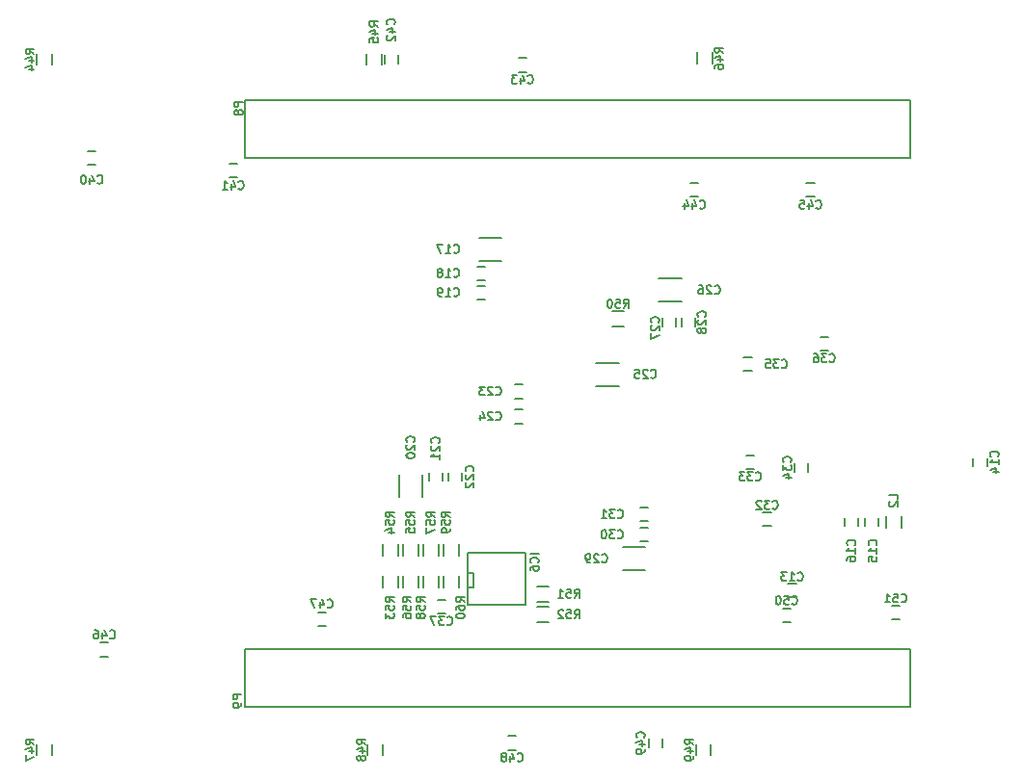
<source format=gbr>
G04 #@! TF.FileFunction,Legend,Bot*
%FSLAX46Y46*%
G04 Gerber Fmt 4.6, Leading zero omitted, Abs format (unit mm)*
G04 Created by KiCad (PCBNEW (2014-11-27 BZR 5304)-product) date 2015 March 23, Monday 21:33:43*
%MOMM*%
G01*
G04 APERTURE LIST*
%ADD10C,0.100000*%
%ADD11C,0.150000*%
G04 APERTURE END LIST*
D10*
D11*
X135150000Y-111995000D02*
X135150000Y-112995000D01*
X136500000Y-112995000D02*
X136500000Y-111995000D01*
X136950000Y-111995000D02*
X136950000Y-112995000D01*
X138300000Y-112995000D02*
X138300000Y-111995000D01*
X138750000Y-111995000D02*
X138750000Y-112995000D01*
X140100000Y-112995000D02*
X140100000Y-111995000D01*
X135150000Y-114795000D02*
X135150000Y-115795000D01*
X136500000Y-115795000D02*
X136500000Y-114795000D01*
X136950000Y-114795000D02*
X136950000Y-115795000D01*
X138300000Y-115795000D02*
X138300000Y-114795000D01*
X138750000Y-114795000D02*
X138750000Y-115795000D01*
X140100000Y-115795000D02*
X140100000Y-114795000D01*
X146925000Y-117070000D02*
X147925000Y-117070000D01*
X147925000Y-115720000D02*
X146925000Y-115720000D01*
X146925000Y-118870000D02*
X147925000Y-118870000D01*
X147925000Y-117520000D02*
X146925000Y-117520000D01*
X133350000Y-111995000D02*
X133350000Y-112995000D01*
X134700000Y-112995000D02*
X134700000Y-111995000D01*
X133350000Y-114795000D02*
X133350000Y-115795000D01*
X134700000Y-115795000D02*
X134700000Y-114795000D01*
X154525000Y-91520000D02*
X153525000Y-91520000D01*
X153525000Y-92870000D02*
X154525000Y-92870000D01*
X121285000Y-78105000D02*
X179705000Y-78105000D01*
X179705000Y-78105000D02*
X179705000Y-73025000D01*
X179705000Y-73025000D02*
X121285000Y-73025000D01*
X121285000Y-73025000D02*
X121285000Y-74295000D01*
X121285000Y-78105000D02*
X121285000Y-74295000D01*
X121285000Y-126365000D02*
X179705000Y-126365000D01*
X179705000Y-126365000D02*
X179705000Y-121285000D01*
X179705000Y-121285000D02*
X121285000Y-121285000D01*
X121285000Y-121285000D02*
X121285000Y-122555000D01*
X121285000Y-126365000D02*
X121285000Y-122555000D01*
X140785000Y-117381000D02*
X145865000Y-117381000D01*
X145865000Y-117381000D02*
X145865000Y-112809000D01*
X145865000Y-112809000D02*
X140785000Y-112809000D01*
X140785000Y-112809000D02*
X140785000Y-117381000D01*
X140785000Y-115857000D02*
X141293000Y-115857000D01*
X141293000Y-115857000D02*
X141293000Y-114587000D01*
X141293000Y-114587000D02*
X140785000Y-114587000D01*
X138875000Y-116895000D02*
X138175000Y-116895000D01*
X138175000Y-118095000D02*
X138875000Y-118095000D01*
X154125000Y-98120000D02*
X152125000Y-98120000D01*
X152125000Y-96070000D02*
X154125000Y-96070000D01*
X145675000Y-97995000D02*
X144975000Y-97995000D01*
X144975000Y-99195000D02*
X145675000Y-99195000D01*
X145675000Y-100195000D02*
X144975000Y-100195000D01*
X144975000Y-101395000D02*
X145675000Y-101395000D01*
X143825000Y-87120000D02*
X141825000Y-87120000D01*
X141825000Y-85070000D02*
X143825000Y-85070000D01*
X141675000Y-88795000D02*
X142375000Y-88795000D01*
X142375000Y-87595000D02*
X141675000Y-87595000D01*
X141675000Y-90495000D02*
X142375000Y-90495000D01*
X142375000Y-89295000D02*
X141675000Y-89295000D01*
X159625000Y-90720000D02*
X157625000Y-90720000D01*
X157625000Y-88670000D02*
X159625000Y-88670000D01*
X159125000Y-92845000D02*
X159125000Y-92145000D01*
X157925000Y-92145000D02*
X157925000Y-92845000D01*
X160825000Y-92845000D02*
X160825000Y-92145000D01*
X159625000Y-92145000D02*
X159625000Y-92845000D01*
X156425000Y-114320000D02*
X154425000Y-114320000D01*
X154425000Y-112270000D02*
X156425000Y-112270000D01*
X155975000Y-111795000D02*
X156675000Y-111795000D01*
X156675000Y-110595000D02*
X155975000Y-110595000D01*
X155975000Y-109995000D02*
X156675000Y-109995000D01*
X156675000Y-108795000D02*
X155975000Y-108795000D01*
X134800000Y-107895000D02*
X134800000Y-105895000D01*
X136850000Y-105895000D02*
X136850000Y-107895000D01*
X137425000Y-105745000D02*
X137425000Y-106445000D01*
X138625000Y-106445000D02*
X138625000Y-105745000D01*
X139125000Y-105745000D02*
X139125000Y-106445000D01*
X140325000Y-106445000D02*
X140325000Y-105745000D01*
X175725000Y-109745000D02*
X175725000Y-110445000D01*
X176925000Y-110445000D02*
X176925000Y-109745000D01*
X173925000Y-109745000D02*
X173925000Y-110445000D01*
X175125000Y-110445000D02*
X175125000Y-109745000D01*
X169525000Y-104945000D02*
X169525000Y-105645000D01*
X170725000Y-105645000D02*
X170725000Y-104945000D01*
X165275000Y-105395000D02*
X165975000Y-105395000D01*
X165975000Y-104195000D02*
X165275000Y-104195000D01*
X166775000Y-110395000D02*
X167475000Y-110395000D01*
X167475000Y-109195000D02*
X166775000Y-109195000D01*
X186425000Y-105145000D02*
X186425000Y-104445000D01*
X185225000Y-104445000D02*
X185225000Y-105145000D01*
X102950000Y-68895000D02*
X102950000Y-69895000D01*
X104300000Y-69895000D02*
X104300000Y-68895000D01*
X131950000Y-68895000D02*
X131950000Y-69895000D01*
X133300000Y-69895000D02*
X133300000Y-68895000D01*
X160950000Y-68795000D02*
X160950000Y-69795000D01*
X162300000Y-69795000D02*
X162300000Y-68795000D01*
X104300000Y-130595000D02*
X104300000Y-129595000D01*
X102950000Y-129595000D02*
X102950000Y-130595000D01*
X133400000Y-130595000D02*
X133400000Y-129595000D01*
X132050000Y-129595000D02*
X132050000Y-130595000D01*
X162200000Y-130595000D02*
X162200000Y-129595000D01*
X160850000Y-129595000D02*
X160850000Y-130595000D01*
X178900000Y-110595000D02*
X178900000Y-109595000D01*
X177550000Y-109595000D02*
X177550000Y-110595000D01*
X165075000Y-96795000D02*
X165775000Y-96795000D01*
X165775000Y-95595000D02*
X165075000Y-95595000D01*
X171775000Y-94995000D02*
X172475000Y-94995000D01*
X172475000Y-93795000D02*
X171775000Y-93795000D01*
X169675000Y-115495000D02*
X168975000Y-115495000D01*
X168975000Y-116695000D02*
X169675000Y-116695000D01*
X107475000Y-78695000D02*
X108175000Y-78695000D01*
X108175000Y-77495000D02*
X107475000Y-77495000D01*
X119875000Y-79795000D02*
X120575000Y-79795000D01*
X120575000Y-78595000D02*
X119875000Y-78595000D01*
X134725000Y-69745000D02*
X134725000Y-69045000D01*
X133525000Y-69045000D02*
X133525000Y-69745000D01*
X145275000Y-70495000D02*
X145975000Y-70495000D01*
X145975000Y-69295000D02*
X145275000Y-69295000D01*
X160375000Y-81495000D02*
X161075000Y-81495000D01*
X161075000Y-80295000D02*
X160375000Y-80295000D01*
X170575000Y-81495000D02*
X171275000Y-81495000D01*
X171275000Y-80295000D02*
X170575000Y-80295000D01*
X109275000Y-120695000D02*
X108575000Y-120695000D01*
X108575000Y-121895000D02*
X109275000Y-121895000D01*
X128375000Y-117995000D02*
X127675000Y-117995000D01*
X127675000Y-119195000D02*
X128375000Y-119195000D01*
X144375000Y-130095000D02*
X145075000Y-130095000D01*
X145075000Y-128895000D02*
X144375000Y-128895000D01*
X156725000Y-129145000D02*
X156725000Y-129845000D01*
X157925000Y-129845000D02*
X157925000Y-129145000D01*
X169175000Y-117695000D02*
X168475000Y-117695000D01*
X168475000Y-118895000D02*
X169175000Y-118895000D01*
X178775000Y-117395000D02*
X178075000Y-117395000D01*
X178075000Y-118595000D02*
X178775000Y-118595000D01*
X136164286Y-109612857D02*
X135807143Y-109362857D01*
X136164286Y-109184285D02*
X135414286Y-109184285D01*
X135414286Y-109470000D01*
X135450000Y-109541428D01*
X135485714Y-109577143D01*
X135557143Y-109612857D01*
X135664286Y-109612857D01*
X135735714Y-109577143D01*
X135771429Y-109541428D01*
X135807143Y-109470000D01*
X135807143Y-109184285D01*
X135414286Y-110291428D02*
X135414286Y-109934285D01*
X135771429Y-109898571D01*
X135735714Y-109934285D01*
X135700000Y-110005714D01*
X135700000Y-110184285D01*
X135735714Y-110255714D01*
X135771429Y-110291428D01*
X135842857Y-110327143D01*
X136021429Y-110327143D01*
X136092857Y-110291428D01*
X136128571Y-110255714D01*
X136164286Y-110184285D01*
X136164286Y-110005714D01*
X136128571Y-109934285D01*
X136092857Y-109898571D01*
X135414286Y-111005714D02*
X135414286Y-110648571D01*
X135771429Y-110612857D01*
X135735714Y-110648571D01*
X135700000Y-110720000D01*
X135700000Y-110898571D01*
X135735714Y-110970000D01*
X135771429Y-111005714D01*
X135842857Y-111041429D01*
X136021429Y-111041429D01*
X136092857Y-111005714D01*
X136128571Y-110970000D01*
X136164286Y-110898571D01*
X136164286Y-110720000D01*
X136128571Y-110648571D01*
X136092857Y-110612857D01*
X137964286Y-109612857D02*
X137607143Y-109362857D01*
X137964286Y-109184285D02*
X137214286Y-109184285D01*
X137214286Y-109470000D01*
X137250000Y-109541428D01*
X137285714Y-109577143D01*
X137357143Y-109612857D01*
X137464286Y-109612857D01*
X137535714Y-109577143D01*
X137571429Y-109541428D01*
X137607143Y-109470000D01*
X137607143Y-109184285D01*
X137214286Y-110291428D02*
X137214286Y-109934285D01*
X137571429Y-109898571D01*
X137535714Y-109934285D01*
X137500000Y-110005714D01*
X137500000Y-110184285D01*
X137535714Y-110255714D01*
X137571429Y-110291428D01*
X137642857Y-110327143D01*
X137821429Y-110327143D01*
X137892857Y-110291428D01*
X137928571Y-110255714D01*
X137964286Y-110184285D01*
X137964286Y-110005714D01*
X137928571Y-109934285D01*
X137892857Y-109898571D01*
X137214286Y-110577143D02*
X137214286Y-111077143D01*
X137964286Y-110755714D01*
X139264286Y-109612857D02*
X138907143Y-109362857D01*
X139264286Y-109184285D02*
X138514286Y-109184285D01*
X138514286Y-109470000D01*
X138550000Y-109541428D01*
X138585714Y-109577143D01*
X138657143Y-109612857D01*
X138764286Y-109612857D01*
X138835714Y-109577143D01*
X138871429Y-109541428D01*
X138907143Y-109470000D01*
X138907143Y-109184285D01*
X138514286Y-110291428D02*
X138514286Y-109934285D01*
X138871429Y-109898571D01*
X138835714Y-109934285D01*
X138800000Y-110005714D01*
X138800000Y-110184285D01*
X138835714Y-110255714D01*
X138871429Y-110291428D01*
X138942857Y-110327143D01*
X139121429Y-110327143D01*
X139192857Y-110291428D01*
X139228571Y-110255714D01*
X139264286Y-110184285D01*
X139264286Y-110005714D01*
X139228571Y-109934285D01*
X139192857Y-109898571D01*
X139264286Y-110684286D02*
X139264286Y-110827143D01*
X139228571Y-110898571D01*
X139192857Y-110934286D01*
X139085714Y-111005714D01*
X138942857Y-111041429D01*
X138657143Y-111041429D01*
X138585714Y-111005714D01*
X138550000Y-110970000D01*
X138514286Y-110898571D01*
X138514286Y-110755714D01*
X138550000Y-110684286D01*
X138585714Y-110648571D01*
X138657143Y-110612857D01*
X138835714Y-110612857D01*
X138907143Y-110648571D01*
X138942857Y-110684286D01*
X138978571Y-110755714D01*
X138978571Y-110898571D01*
X138942857Y-110970000D01*
X138907143Y-111005714D01*
X138835714Y-111041429D01*
X135864286Y-117112857D02*
X135507143Y-116862857D01*
X135864286Y-116684285D02*
X135114286Y-116684285D01*
X135114286Y-116970000D01*
X135150000Y-117041428D01*
X135185714Y-117077143D01*
X135257143Y-117112857D01*
X135364286Y-117112857D01*
X135435714Y-117077143D01*
X135471429Y-117041428D01*
X135507143Y-116970000D01*
X135507143Y-116684285D01*
X135114286Y-117791428D02*
X135114286Y-117434285D01*
X135471429Y-117398571D01*
X135435714Y-117434285D01*
X135400000Y-117505714D01*
X135400000Y-117684285D01*
X135435714Y-117755714D01*
X135471429Y-117791428D01*
X135542857Y-117827143D01*
X135721429Y-117827143D01*
X135792857Y-117791428D01*
X135828571Y-117755714D01*
X135864286Y-117684285D01*
X135864286Y-117505714D01*
X135828571Y-117434285D01*
X135792857Y-117398571D01*
X135114286Y-118470000D02*
X135114286Y-118327143D01*
X135150000Y-118255714D01*
X135185714Y-118220000D01*
X135292857Y-118148571D01*
X135435714Y-118112857D01*
X135721429Y-118112857D01*
X135792857Y-118148571D01*
X135828571Y-118184286D01*
X135864286Y-118255714D01*
X135864286Y-118398571D01*
X135828571Y-118470000D01*
X135792857Y-118505714D01*
X135721429Y-118541429D01*
X135542857Y-118541429D01*
X135471429Y-118505714D01*
X135435714Y-118470000D01*
X135400000Y-118398571D01*
X135400000Y-118255714D01*
X135435714Y-118184286D01*
X135471429Y-118148571D01*
X135542857Y-118112857D01*
X137064286Y-117112857D02*
X136707143Y-116862857D01*
X137064286Y-116684285D02*
X136314286Y-116684285D01*
X136314286Y-116970000D01*
X136350000Y-117041428D01*
X136385714Y-117077143D01*
X136457143Y-117112857D01*
X136564286Y-117112857D01*
X136635714Y-117077143D01*
X136671429Y-117041428D01*
X136707143Y-116970000D01*
X136707143Y-116684285D01*
X136314286Y-117791428D02*
X136314286Y-117434285D01*
X136671429Y-117398571D01*
X136635714Y-117434285D01*
X136600000Y-117505714D01*
X136600000Y-117684285D01*
X136635714Y-117755714D01*
X136671429Y-117791428D01*
X136742857Y-117827143D01*
X136921429Y-117827143D01*
X136992857Y-117791428D01*
X137028571Y-117755714D01*
X137064286Y-117684285D01*
X137064286Y-117505714D01*
X137028571Y-117434285D01*
X136992857Y-117398571D01*
X136635714Y-118255714D02*
X136600000Y-118184286D01*
X136564286Y-118148571D01*
X136492857Y-118112857D01*
X136457143Y-118112857D01*
X136385714Y-118148571D01*
X136350000Y-118184286D01*
X136314286Y-118255714D01*
X136314286Y-118398571D01*
X136350000Y-118470000D01*
X136385714Y-118505714D01*
X136457143Y-118541429D01*
X136492857Y-118541429D01*
X136564286Y-118505714D01*
X136600000Y-118470000D01*
X136635714Y-118398571D01*
X136635714Y-118255714D01*
X136671429Y-118184286D01*
X136707143Y-118148571D01*
X136778571Y-118112857D01*
X136921429Y-118112857D01*
X136992857Y-118148571D01*
X137028571Y-118184286D01*
X137064286Y-118255714D01*
X137064286Y-118398571D01*
X137028571Y-118470000D01*
X136992857Y-118505714D01*
X136921429Y-118541429D01*
X136778571Y-118541429D01*
X136707143Y-118505714D01*
X136671429Y-118470000D01*
X136635714Y-118398571D01*
X140564286Y-117112857D02*
X140207143Y-116862857D01*
X140564286Y-116684285D02*
X139814286Y-116684285D01*
X139814286Y-116970000D01*
X139850000Y-117041428D01*
X139885714Y-117077143D01*
X139957143Y-117112857D01*
X140064286Y-117112857D01*
X140135714Y-117077143D01*
X140171429Y-117041428D01*
X140207143Y-116970000D01*
X140207143Y-116684285D01*
X139814286Y-117755714D02*
X139814286Y-117612857D01*
X139850000Y-117541428D01*
X139885714Y-117505714D01*
X139992857Y-117434285D01*
X140135714Y-117398571D01*
X140421429Y-117398571D01*
X140492857Y-117434285D01*
X140528571Y-117470000D01*
X140564286Y-117541428D01*
X140564286Y-117684285D01*
X140528571Y-117755714D01*
X140492857Y-117791428D01*
X140421429Y-117827143D01*
X140242857Y-117827143D01*
X140171429Y-117791428D01*
X140135714Y-117755714D01*
X140100000Y-117684285D01*
X140100000Y-117541428D01*
X140135714Y-117470000D01*
X140171429Y-117434285D01*
X140242857Y-117398571D01*
X139814286Y-118291429D02*
X139814286Y-118362857D01*
X139850000Y-118434286D01*
X139885714Y-118470000D01*
X139957143Y-118505714D01*
X140100000Y-118541429D01*
X140278571Y-118541429D01*
X140421429Y-118505714D01*
X140492857Y-118470000D01*
X140528571Y-118434286D01*
X140564286Y-118362857D01*
X140564286Y-118291429D01*
X140528571Y-118220000D01*
X140492857Y-118184286D01*
X140421429Y-118148571D01*
X140278571Y-118112857D01*
X140100000Y-118112857D01*
X139957143Y-118148571D01*
X139885714Y-118184286D01*
X139850000Y-118220000D01*
X139814286Y-118291429D01*
X150207143Y-116734286D02*
X150457143Y-116377143D01*
X150635715Y-116734286D02*
X150635715Y-115984286D01*
X150350000Y-115984286D01*
X150278572Y-116020000D01*
X150242857Y-116055714D01*
X150207143Y-116127143D01*
X150207143Y-116234286D01*
X150242857Y-116305714D01*
X150278572Y-116341429D01*
X150350000Y-116377143D01*
X150635715Y-116377143D01*
X149528572Y-115984286D02*
X149885715Y-115984286D01*
X149921429Y-116341429D01*
X149885715Y-116305714D01*
X149814286Y-116270000D01*
X149635715Y-116270000D01*
X149564286Y-116305714D01*
X149528572Y-116341429D01*
X149492857Y-116412857D01*
X149492857Y-116591429D01*
X149528572Y-116662857D01*
X149564286Y-116698571D01*
X149635715Y-116734286D01*
X149814286Y-116734286D01*
X149885715Y-116698571D01*
X149921429Y-116662857D01*
X148778571Y-116734286D02*
X149207143Y-116734286D01*
X148992857Y-116734286D02*
X148992857Y-115984286D01*
X149064286Y-116091429D01*
X149135714Y-116162857D01*
X149207143Y-116198571D01*
X150207143Y-118534286D02*
X150457143Y-118177143D01*
X150635715Y-118534286D02*
X150635715Y-117784286D01*
X150350000Y-117784286D01*
X150278572Y-117820000D01*
X150242857Y-117855714D01*
X150207143Y-117927143D01*
X150207143Y-118034286D01*
X150242857Y-118105714D01*
X150278572Y-118141429D01*
X150350000Y-118177143D01*
X150635715Y-118177143D01*
X149528572Y-117784286D02*
X149885715Y-117784286D01*
X149921429Y-118141429D01*
X149885715Y-118105714D01*
X149814286Y-118070000D01*
X149635715Y-118070000D01*
X149564286Y-118105714D01*
X149528572Y-118141429D01*
X149492857Y-118212857D01*
X149492857Y-118391429D01*
X149528572Y-118462857D01*
X149564286Y-118498571D01*
X149635715Y-118534286D01*
X149814286Y-118534286D01*
X149885715Y-118498571D01*
X149921429Y-118462857D01*
X149207143Y-117855714D02*
X149171429Y-117820000D01*
X149100000Y-117784286D01*
X148921429Y-117784286D01*
X148850000Y-117820000D01*
X148814286Y-117855714D01*
X148778571Y-117927143D01*
X148778571Y-117998571D01*
X148814286Y-118105714D01*
X149242857Y-118534286D01*
X148778571Y-118534286D01*
X134364286Y-109612857D02*
X134007143Y-109362857D01*
X134364286Y-109184285D02*
X133614286Y-109184285D01*
X133614286Y-109470000D01*
X133650000Y-109541428D01*
X133685714Y-109577143D01*
X133757143Y-109612857D01*
X133864286Y-109612857D01*
X133935714Y-109577143D01*
X133971429Y-109541428D01*
X134007143Y-109470000D01*
X134007143Y-109184285D01*
X133614286Y-110291428D02*
X133614286Y-109934285D01*
X133971429Y-109898571D01*
X133935714Y-109934285D01*
X133900000Y-110005714D01*
X133900000Y-110184285D01*
X133935714Y-110255714D01*
X133971429Y-110291428D01*
X134042857Y-110327143D01*
X134221429Y-110327143D01*
X134292857Y-110291428D01*
X134328571Y-110255714D01*
X134364286Y-110184285D01*
X134364286Y-110005714D01*
X134328571Y-109934285D01*
X134292857Y-109898571D01*
X133864286Y-110970000D02*
X134364286Y-110970000D01*
X133578571Y-110791429D02*
X134114286Y-110612857D01*
X134114286Y-111077143D01*
X134364286Y-117112857D02*
X134007143Y-116862857D01*
X134364286Y-116684285D02*
X133614286Y-116684285D01*
X133614286Y-116970000D01*
X133650000Y-117041428D01*
X133685714Y-117077143D01*
X133757143Y-117112857D01*
X133864286Y-117112857D01*
X133935714Y-117077143D01*
X133971429Y-117041428D01*
X134007143Y-116970000D01*
X134007143Y-116684285D01*
X133614286Y-117791428D02*
X133614286Y-117434285D01*
X133971429Y-117398571D01*
X133935714Y-117434285D01*
X133900000Y-117505714D01*
X133900000Y-117684285D01*
X133935714Y-117755714D01*
X133971429Y-117791428D01*
X134042857Y-117827143D01*
X134221429Y-117827143D01*
X134292857Y-117791428D01*
X134328571Y-117755714D01*
X134364286Y-117684285D01*
X134364286Y-117505714D01*
X134328571Y-117434285D01*
X134292857Y-117398571D01*
X133614286Y-118077143D02*
X133614286Y-118541429D01*
X133900000Y-118291429D01*
X133900000Y-118398571D01*
X133935714Y-118470000D01*
X133971429Y-118505714D01*
X134042857Y-118541429D01*
X134221429Y-118541429D01*
X134292857Y-118505714D01*
X134328571Y-118470000D01*
X134364286Y-118398571D01*
X134364286Y-118184286D01*
X134328571Y-118112857D01*
X134292857Y-118077143D01*
X154507143Y-91234286D02*
X154757143Y-90877143D01*
X154935715Y-91234286D02*
X154935715Y-90484286D01*
X154650000Y-90484286D01*
X154578572Y-90520000D01*
X154542857Y-90555714D01*
X154507143Y-90627143D01*
X154507143Y-90734286D01*
X154542857Y-90805714D01*
X154578572Y-90841429D01*
X154650000Y-90877143D01*
X154935715Y-90877143D01*
X153828572Y-90484286D02*
X154185715Y-90484286D01*
X154221429Y-90841429D01*
X154185715Y-90805714D01*
X154114286Y-90770000D01*
X153935715Y-90770000D01*
X153864286Y-90805714D01*
X153828572Y-90841429D01*
X153792857Y-90912857D01*
X153792857Y-91091429D01*
X153828572Y-91162857D01*
X153864286Y-91198571D01*
X153935715Y-91234286D01*
X154114286Y-91234286D01*
X154185715Y-91198571D01*
X154221429Y-91162857D01*
X153328571Y-90484286D02*
X153257143Y-90484286D01*
X153185714Y-90520000D01*
X153150000Y-90555714D01*
X153114286Y-90627143D01*
X153078571Y-90770000D01*
X153078571Y-90948571D01*
X153114286Y-91091429D01*
X153150000Y-91162857D01*
X153185714Y-91198571D01*
X153257143Y-91234286D01*
X153328571Y-91234286D01*
X153400000Y-91198571D01*
X153435714Y-91162857D01*
X153471429Y-91091429D01*
X153507143Y-90948571D01*
X153507143Y-90770000D01*
X153471429Y-90627143D01*
X153435714Y-90555714D01*
X153400000Y-90520000D01*
X153328571Y-90484286D01*
X121064286Y-73141428D02*
X120314286Y-73141428D01*
X120314286Y-73427143D01*
X120350000Y-73498571D01*
X120385714Y-73534286D01*
X120457143Y-73570000D01*
X120564286Y-73570000D01*
X120635714Y-73534286D01*
X120671429Y-73498571D01*
X120707143Y-73427143D01*
X120707143Y-73141428D01*
X120635714Y-73998571D02*
X120600000Y-73927143D01*
X120564286Y-73891428D01*
X120492857Y-73855714D01*
X120457143Y-73855714D01*
X120385714Y-73891428D01*
X120350000Y-73927143D01*
X120314286Y-73998571D01*
X120314286Y-74141428D01*
X120350000Y-74212857D01*
X120385714Y-74248571D01*
X120457143Y-74284286D01*
X120492857Y-74284286D01*
X120564286Y-74248571D01*
X120600000Y-74212857D01*
X120635714Y-74141428D01*
X120635714Y-73998571D01*
X120671429Y-73927143D01*
X120707143Y-73891428D01*
X120778571Y-73855714D01*
X120921429Y-73855714D01*
X120992857Y-73891428D01*
X121028571Y-73927143D01*
X121064286Y-73998571D01*
X121064286Y-74141428D01*
X121028571Y-74212857D01*
X120992857Y-74248571D01*
X120921429Y-74284286D01*
X120778571Y-74284286D01*
X120707143Y-74248571D01*
X120671429Y-74212857D01*
X120635714Y-74141428D01*
X120964286Y-125241428D02*
X120214286Y-125241428D01*
X120214286Y-125527143D01*
X120250000Y-125598571D01*
X120285714Y-125634286D01*
X120357143Y-125670000D01*
X120464286Y-125670000D01*
X120535714Y-125634286D01*
X120571429Y-125598571D01*
X120607143Y-125527143D01*
X120607143Y-125241428D01*
X120964286Y-126027143D02*
X120964286Y-126170000D01*
X120928571Y-126241428D01*
X120892857Y-126277143D01*
X120785714Y-126348571D01*
X120642857Y-126384286D01*
X120357143Y-126384286D01*
X120285714Y-126348571D01*
X120250000Y-126312857D01*
X120214286Y-126241428D01*
X120214286Y-126098571D01*
X120250000Y-126027143D01*
X120285714Y-125991428D01*
X120357143Y-125955714D01*
X120535714Y-125955714D01*
X120607143Y-125991428D01*
X120642857Y-126027143D01*
X120678571Y-126098571D01*
X120678571Y-126241428D01*
X120642857Y-126312857D01*
X120607143Y-126348571D01*
X120535714Y-126384286D01*
X147064286Y-112862857D02*
X146314286Y-112862857D01*
X146992857Y-113648572D02*
X147028571Y-113612858D01*
X147064286Y-113505715D01*
X147064286Y-113434286D01*
X147028571Y-113327143D01*
X146957143Y-113255715D01*
X146885714Y-113220000D01*
X146742857Y-113184286D01*
X146635714Y-113184286D01*
X146492857Y-113220000D01*
X146421429Y-113255715D01*
X146350000Y-113327143D01*
X146314286Y-113434286D01*
X146314286Y-113505715D01*
X146350000Y-113612858D01*
X146385714Y-113648572D01*
X146314286Y-114291429D02*
X146314286Y-114148572D01*
X146350000Y-114077143D01*
X146385714Y-114041429D01*
X146492857Y-113970000D01*
X146635714Y-113934286D01*
X146921429Y-113934286D01*
X146992857Y-113970000D01*
X147028571Y-114005715D01*
X147064286Y-114077143D01*
X147064286Y-114220000D01*
X147028571Y-114291429D01*
X146992857Y-114327143D01*
X146921429Y-114362858D01*
X146742857Y-114362858D01*
X146671429Y-114327143D01*
X146635714Y-114291429D01*
X146600000Y-114220000D01*
X146600000Y-114077143D01*
X146635714Y-114005715D01*
X146671429Y-113970000D01*
X146742857Y-113934286D01*
X139007143Y-119062857D02*
X139042857Y-119098571D01*
X139150000Y-119134286D01*
X139221429Y-119134286D01*
X139328572Y-119098571D01*
X139400000Y-119027143D01*
X139435715Y-118955714D01*
X139471429Y-118812857D01*
X139471429Y-118705714D01*
X139435715Y-118562857D01*
X139400000Y-118491429D01*
X139328572Y-118420000D01*
X139221429Y-118384286D01*
X139150000Y-118384286D01*
X139042857Y-118420000D01*
X139007143Y-118455714D01*
X138757143Y-118384286D02*
X138292857Y-118384286D01*
X138542857Y-118670000D01*
X138435715Y-118670000D01*
X138364286Y-118705714D01*
X138328572Y-118741429D01*
X138292857Y-118812857D01*
X138292857Y-118991429D01*
X138328572Y-119062857D01*
X138364286Y-119098571D01*
X138435715Y-119134286D01*
X138650000Y-119134286D01*
X138721429Y-119098571D01*
X138757143Y-119062857D01*
X138042857Y-118384286D02*
X137542857Y-118384286D01*
X137864286Y-119134286D01*
X156907143Y-97362857D02*
X156942857Y-97398571D01*
X157050000Y-97434286D01*
X157121429Y-97434286D01*
X157228572Y-97398571D01*
X157300000Y-97327143D01*
X157335715Y-97255714D01*
X157371429Y-97112857D01*
X157371429Y-97005714D01*
X157335715Y-96862857D01*
X157300000Y-96791429D01*
X157228572Y-96720000D01*
X157121429Y-96684286D01*
X157050000Y-96684286D01*
X156942857Y-96720000D01*
X156907143Y-96755714D01*
X156621429Y-96755714D02*
X156585715Y-96720000D01*
X156514286Y-96684286D01*
X156335715Y-96684286D01*
X156264286Y-96720000D01*
X156228572Y-96755714D01*
X156192857Y-96827143D01*
X156192857Y-96898571D01*
X156228572Y-97005714D01*
X156657143Y-97434286D01*
X156192857Y-97434286D01*
X155514286Y-96684286D02*
X155871429Y-96684286D01*
X155907143Y-97041429D01*
X155871429Y-97005714D01*
X155800000Y-96970000D01*
X155621429Y-96970000D01*
X155550000Y-97005714D01*
X155514286Y-97041429D01*
X155478571Y-97112857D01*
X155478571Y-97291429D01*
X155514286Y-97362857D01*
X155550000Y-97398571D01*
X155621429Y-97434286D01*
X155800000Y-97434286D01*
X155871429Y-97398571D01*
X155907143Y-97362857D01*
X143307143Y-98862857D02*
X143342857Y-98898571D01*
X143450000Y-98934286D01*
X143521429Y-98934286D01*
X143628572Y-98898571D01*
X143700000Y-98827143D01*
X143735715Y-98755714D01*
X143771429Y-98612857D01*
X143771429Y-98505714D01*
X143735715Y-98362857D01*
X143700000Y-98291429D01*
X143628572Y-98220000D01*
X143521429Y-98184286D01*
X143450000Y-98184286D01*
X143342857Y-98220000D01*
X143307143Y-98255714D01*
X143021429Y-98255714D02*
X142985715Y-98220000D01*
X142914286Y-98184286D01*
X142735715Y-98184286D01*
X142664286Y-98220000D01*
X142628572Y-98255714D01*
X142592857Y-98327143D01*
X142592857Y-98398571D01*
X142628572Y-98505714D01*
X143057143Y-98934286D01*
X142592857Y-98934286D01*
X142342857Y-98184286D02*
X141878571Y-98184286D01*
X142128571Y-98470000D01*
X142021429Y-98470000D01*
X141950000Y-98505714D01*
X141914286Y-98541429D01*
X141878571Y-98612857D01*
X141878571Y-98791429D01*
X141914286Y-98862857D01*
X141950000Y-98898571D01*
X142021429Y-98934286D01*
X142235714Y-98934286D01*
X142307143Y-98898571D01*
X142342857Y-98862857D01*
X143307143Y-101062857D02*
X143342857Y-101098571D01*
X143450000Y-101134286D01*
X143521429Y-101134286D01*
X143628572Y-101098571D01*
X143700000Y-101027143D01*
X143735715Y-100955714D01*
X143771429Y-100812857D01*
X143771429Y-100705714D01*
X143735715Y-100562857D01*
X143700000Y-100491429D01*
X143628572Y-100420000D01*
X143521429Y-100384286D01*
X143450000Y-100384286D01*
X143342857Y-100420000D01*
X143307143Y-100455714D01*
X143021429Y-100455714D02*
X142985715Y-100420000D01*
X142914286Y-100384286D01*
X142735715Y-100384286D01*
X142664286Y-100420000D01*
X142628572Y-100455714D01*
X142592857Y-100527143D01*
X142592857Y-100598571D01*
X142628572Y-100705714D01*
X143057143Y-101134286D01*
X142592857Y-101134286D01*
X141950000Y-100634286D02*
X141950000Y-101134286D01*
X142128571Y-100348571D02*
X142307143Y-100884286D01*
X141842857Y-100884286D01*
X139607143Y-86362857D02*
X139642857Y-86398571D01*
X139750000Y-86434286D01*
X139821429Y-86434286D01*
X139928572Y-86398571D01*
X140000000Y-86327143D01*
X140035715Y-86255714D01*
X140071429Y-86112857D01*
X140071429Y-86005714D01*
X140035715Y-85862857D01*
X140000000Y-85791429D01*
X139928572Y-85720000D01*
X139821429Y-85684286D01*
X139750000Y-85684286D01*
X139642857Y-85720000D01*
X139607143Y-85755714D01*
X138892857Y-86434286D02*
X139321429Y-86434286D01*
X139107143Y-86434286D02*
X139107143Y-85684286D01*
X139178572Y-85791429D01*
X139250000Y-85862857D01*
X139321429Y-85898571D01*
X138642857Y-85684286D02*
X138142857Y-85684286D01*
X138464286Y-86434286D01*
X139607143Y-88462857D02*
X139642857Y-88498571D01*
X139750000Y-88534286D01*
X139821429Y-88534286D01*
X139928572Y-88498571D01*
X140000000Y-88427143D01*
X140035715Y-88355714D01*
X140071429Y-88212857D01*
X140071429Y-88105714D01*
X140035715Y-87962857D01*
X140000000Y-87891429D01*
X139928572Y-87820000D01*
X139821429Y-87784286D01*
X139750000Y-87784286D01*
X139642857Y-87820000D01*
X139607143Y-87855714D01*
X138892857Y-88534286D02*
X139321429Y-88534286D01*
X139107143Y-88534286D02*
X139107143Y-87784286D01*
X139178572Y-87891429D01*
X139250000Y-87962857D01*
X139321429Y-87998571D01*
X138464286Y-88105714D02*
X138535714Y-88070000D01*
X138571429Y-88034286D01*
X138607143Y-87962857D01*
X138607143Y-87927143D01*
X138571429Y-87855714D01*
X138535714Y-87820000D01*
X138464286Y-87784286D01*
X138321429Y-87784286D01*
X138250000Y-87820000D01*
X138214286Y-87855714D01*
X138178571Y-87927143D01*
X138178571Y-87962857D01*
X138214286Y-88034286D01*
X138250000Y-88070000D01*
X138321429Y-88105714D01*
X138464286Y-88105714D01*
X138535714Y-88141429D01*
X138571429Y-88177143D01*
X138607143Y-88248571D01*
X138607143Y-88391429D01*
X138571429Y-88462857D01*
X138535714Y-88498571D01*
X138464286Y-88534286D01*
X138321429Y-88534286D01*
X138250000Y-88498571D01*
X138214286Y-88462857D01*
X138178571Y-88391429D01*
X138178571Y-88248571D01*
X138214286Y-88177143D01*
X138250000Y-88141429D01*
X138321429Y-88105714D01*
X139607143Y-90162857D02*
X139642857Y-90198571D01*
X139750000Y-90234286D01*
X139821429Y-90234286D01*
X139928572Y-90198571D01*
X140000000Y-90127143D01*
X140035715Y-90055714D01*
X140071429Y-89912857D01*
X140071429Y-89805714D01*
X140035715Y-89662857D01*
X140000000Y-89591429D01*
X139928572Y-89520000D01*
X139821429Y-89484286D01*
X139750000Y-89484286D01*
X139642857Y-89520000D01*
X139607143Y-89555714D01*
X138892857Y-90234286D02*
X139321429Y-90234286D01*
X139107143Y-90234286D02*
X139107143Y-89484286D01*
X139178572Y-89591429D01*
X139250000Y-89662857D01*
X139321429Y-89698571D01*
X138535714Y-90234286D02*
X138392857Y-90234286D01*
X138321429Y-90198571D01*
X138285714Y-90162857D01*
X138214286Y-90055714D01*
X138178571Y-89912857D01*
X138178571Y-89627143D01*
X138214286Y-89555714D01*
X138250000Y-89520000D01*
X138321429Y-89484286D01*
X138464286Y-89484286D01*
X138535714Y-89520000D01*
X138571429Y-89555714D01*
X138607143Y-89627143D01*
X138607143Y-89805714D01*
X138571429Y-89877143D01*
X138535714Y-89912857D01*
X138464286Y-89948571D01*
X138321429Y-89948571D01*
X138250000Y-89912857D01*
X138214286Y-89877143D01*
X138178571Y-89805714D01*
X162507143Y-89962857D02*
X162542857Y-89998571D01*
X162650000Y-90034286D01*
X162721429Y-90034286D01*
X162828572Y-89998571D01*
X162900000Y-89927143D01*
X162935715Y-89855714D01*
X162971429Y-89712857D01*
X162971429Y-89605714D01*
X162935715Y-89462857D01*
X162900000Y-89391429D01*
X162828572Y-89320000D01*
X162721429Y-89284286D01*
X162650000Y-89284286D01*
X162542857Y-89320000D01*
X162507143Y-89355714D01*
X162221429Y-89355714D02*
X162185715Y-89320000D01*
X162114286Y-89284286D01*
X161935715Y-89284286D01*
X161864286Y-89320000D01*
X161828572Y-89355714D01*
X161792857Y-89427143D01*
X161792857Y-89498571D01*
X161828572Y-89605714D01*
X162257143Y-90034286D01*
X161792857Y-90034286D01*
X161150000Y-89284286D02*
X161292857Y-89284286D01*
X161364286Y-89320000D01*
X161400000Y-89355714D01*
X161471429Y-89462857D01*
X161507143Y-89605714D01*
X161507143Y-89891429D01*
X161471429Y-89962857D01*
X161435714Y-89998571D01*
X161364286Y-90034286D01*
X161221429Y-90034286D01*
X161150000Y-89998571D01*
X161114286Y-89962857D01*
X161078571Y-89891429D01*
X161078571Y-89712857D01*
X161114286Y-89641429D01*
X161150000Y-89605714D01*
X161221429Y-89570000D01*
X161364286Y-89570000D01*
X161435714Y-89605714D01*
X161471429Y-89641429D01*
X161507143Y-89712857D01*
X157592857Y-92512857D02*
X157628571Y-92477143D01*
X157664286Y-92370000D01*
X157664286Y-92298571D01*
X157628571Y-92191428D01*
X157557143Y-92120000D01*
X157485714Y-92084285D01*
X157342857Y-92048571D01*
X157235714Y-92048571D01*
X157092857Y-92084285D01*
X157021429Y-92120000D01*
X156950000Y-92191428D01*
X156914286Y-92298571D01*
X156914286Y-92370000D01*
X156950000Y-92477143D01*
X156985714Y-92512857D01*
X156985714Y-92798571D02*
X156950000Y-92834285D01*
X156914286Y-92905714D01*
X156914286Y-93084285D01*
X156950000Y-93155714D01*
X156985714Y-93191428D01*
X157057143Y-93227143D01*
X157128571Y-93227143D01*
X157235714Y-93191428D01*
X157664286Y-92762857D01*
X157664286Y-93227143D01*
X156914286Y-93477143D02*
X156914286Y-93977143D01*
X157664286Y-93655714D01*
X161692857Y-92012857D02*
X161728571Y-91977143D01*
X161764286Y-91870000D01*
X161764286Y-91798571D01*
X161728571Y-91691428D01*
X161657143Y-91620000D01*
X161585714Y-91584285D01*
X161442857Y-91548571D01*
X161335714Y-91548571D01*
X161192857Y-91584285D01*
X161121429Y-91620000D01*
X161050000Y-91691428D01*
X161014286Y-91798571D01*
X161014286Y-91870000D01*
X161050000Y-91977143D01*
X161085714Y-92012857D01*
X161085714Y-92298571D02*
X161050000Y-92334285D01*
X161014286Y-92405714D01*
X161014286Y-92584285D01*
X161050000Y-92655714D01*
X161085714Y-92691428D01*
X161157143Y-92727143D01*
X161228571Y-92727143D01*
X161335714Y-92691428D01*
X161764286Y-92262857D01*
X161764286Y-92727143D01*
X161335714Y-93155714D02*
X161300000Y-93084286D01*
X161264286Y-93048571D01*
X161192857Y-93012857D01*
X161157143Y-93012857D01*
X161085714Y-93048571D01*
X161050000Y-93084286D01*
X161014286Y-93155714D01*
X161014286Y-93298571D01*
X161050000Y-93370000D01*
X161085714Y-93405714D01*
X161157143Y-93441429D01*
X161192857Y-93441429D01*
X161264286Y-93405714D01*
X161300000Y-93370000D01*
X161335714Y-93298571D01*
X161335714Y-93155714D01*
X161371429Y-93084286D01*
X161407143Y-93048571D01*
X161478571Y-93012857D01*
X161621429Y-93012857D01*
X161692857Y-93048571D01*
X161728571Y-93084286D01*
X161764286Y-93155714D01*
X161764286Y-93298571D01*
X161728571Y-93370000D01*
X161692857Y-93405714D01*
X161621429Y-93441429D01*
X161478571Y-93441429D01*
X161407143Y-93405714D01*
X161371429Y-93370000D01*
X161335714Y-93298571D01*
X152607143Y-113562857D02*
X152642857Y-113598571D01*
X152750000Y-113634286D01*
X152821429Y-113634286D01*
X152928572Y-113598571D01*
X153000000Y-113527143D01*
X153035715Y-113455714D01*
X153071429Y-113312857D01*
X153071429Y-113205714D01*
X153035715Y-113062857D01*
X153000000Y-112991429D01*
X152928572Y-112920000D01*
X152821429Y-112884286D01*
X152750000Y-112884286D01*
X152642857Y-112920000D01*
X152607143Y-112955714D01*
X152321429Y-112955714D02*
X152285715Y-112920000D01*
X152214286Y-112884286D01*
X152035715Y-112884286D01*
X151964286Y-112920000D01*
X151928572Y-112955714D01*
X151892857Y-113027143D01*
X151892857Y-113098571D01*
X151928572Y-113205714D01*
X152357143Y-113634286D01*
X151892857Y-113634286D01*
X151535714Y-113634286D02*
X151392857Y-113634286D01*
X151321429Y-113598571D01*
X151285714Y-113562857D01*
X151214286Y-113455714D01*
X151178571Y-113312857D01*
X151178571Y-113027143D01*
X151214286Y-112955714D01*
X151250000Y-112920000D01*
X151321429Y-112884286D01*
X151464286Y-112884286D01*
X151535714Y-112920000D01*
X151571429Y-112955714D01*
X151607143Y-113027143D01*
X151607143Y-113205714D01*
X151571429Y-113277143D01*
X151535714Y-113312857D01*
X151464286Y-113348571D01*
X151321429Y-113348571D01*
X151250000Y-113312857D01*
X151214286Y-113277143D01*
X151178571Y-113205714D01*
X154007143Y-111462857D02*
X154042857Y-111498571D01*
X154150000Y-111534286D01*
X154221429Y-111534286D01*
X154328572Y-111498571D01*
X154400000Y-111427143D01*
X154435715Y-111355714D01*
X154471429Y-111212857D01*
X154471429Y-111105714D01*
X154435715Y-110962857D01*
X154400000Y-110891429D01*
X154328572Y-110820000D01*
X154221429Y-110784286D01*
X154150000Y-110784286D01*
X154042857Y-110820000D01*
X154007143Y-110855714D01*
X153757143Y-110784286D02*
X153292857Y-110784286D01*
X153542857Y-111070000D01*
X153435715Y-111070000D01*
X153364286Y-111105714D01*
X153328572Y-111141429D01*
X153292857Y-111212857D01*
X153292857Y-111391429D01*
X153328572Y-111462857D01*
X153364286Y-111498571D01*
X153435715Y-111534286D01*
X153650000Y-111534286D01*
X153721429Y-111498571D01*
X153757143Y-111462857D01*
X152828571Y-110784286D02*
X152757143Y-110784286D01*
X152685714Y-110820000D01*
X152650000Y-110855714D01*
X152614286Y-110927143D01*
X152578571Y-111070000D01*
X152578571Y-111248571D01*
X152614286Y-111391429D01*
X152650000Y-111462857D01*
X152685714Y-111498571D01*
X152757143Y-111534286D01*
X152828571Y-111534286D01*
X152900000Y-111498571D01*
X152935714Y-111462857D01*
X152971429Y-111391429D01*
X153007143Y-111248571D01*
X153007143Y-111070000D01*
X152971429Y-110927143D01*
X152935714Y-110855714D01*
X152900000Y-110820000D01*
X152828571Y-110784286D01*
X154007143Y-109662857D02*
X154042857Y-109698571D01*
X154150000Y-109734286D01*
X154221429Y-109734286D01*
X154328572Y-109698571D01*
X154400000Y-109627143D01*
X154435715Y-109555714D01*
X154471429Y-109412857D01*
X154471429Y-109305714D01*
X154435715Y-109162857D01*
X154400000Y-109091429D01*
X154328572Y-109020000D01*
X154221429Y-108984286D01*
X154150000Y-108984286D01*
X154042857Y-109020000D01*
X154007143Y-109055714D01*
X153757143Y-108984286D02*
X153292857Y-108984286D01*
X153542857Y-109270000D01*
X153435715Y-109270000D01*
X153364286Y-109305714D01*
X153328572Y-109341429D01*
X153292857Y-109412857D01*
X153292857Y-109591429D01*
X153328572Y-109662857D01*
X153364286Y-109698571D01*
X153435715Y-109734286D01*
X153650000Y-109734286D01*
X153721429Y-109698571D01*
X153757143Y-109662857D01*
X152578571Y-109734286D02*
X153007143Y-109734286D01*
X152792857Y-109734286D02*
X152792857Y-108984286D01*
X152864286Y-109091429D01*
X152935714Y-109162857D01*
X153007143Y-109198571D01*
X136092857Y-103012857D02*
X136128571Y-102977143D01*
X136164286Y-102870000D01*
X136164286Y-102798571D01*
X136128571Y-102691428D01*
X136057143Y-102620000D01*
X135985714Y-102584285D01*
X135842857Y-102548571D01*
X135735714Y-102548571D01*
X135592857Y-102584285D01*
X135521429Y-102620000D01*
X135450000Y-102691428D01*
X135414286Y-102798571D01*
X135414286Y-102870000D01*
X135450000Y-102977143D01*
X135485714Y-103012857D01*
X135485714Y-103298571D02*
X135450000Y-103334285D01*
X135414286Y-103405714D01*
X135414286Y-103584285D01*
X135450000Y-103655714D01*
X135485714Y-103691428D01*
X135557143Y-103727143D01*
X135628571Y-103727143D01*
X135735714Y-103691428D01*
X136164286Y-103262857D01*
X136164286Y-103727143D01*
X135414286Y-104191429D02*
X135414286Y-104262857D01*
X135450000Y-104334286D01*
X135485714Y-104370000D01*
X135557143Y-104405714D01*
X135700000Y-104441429D01*
X135878571Y-104441429D01*
X136021429Y-104405714D01*
X136092857Y-104370000D01*
X136128571Y-104334286D01*
X136164286Y-104262857D01*
X136164286Y-104191429D01*
X136128571Y-104120000D01*
X136092857Y-104084286D01*
X136021429Y-104048571D01*
X135878571Y-104012857D01*
X135700000Y-104012857D01*
X135557143Y-104048571D01*
X135485714Y-104084286D01*
X135450000Y-104120000D01*
X135414286Y-104191429D01*
X138292857Y-103112857D02*
X138328571Y-103077143D01*
X138364286Y-102970000D01*
X138364286Y-102898571D01*
X138328571Y-102791428D01*
X138257143Y-102720000D01*
X138185714Y-102684285D01*
X138042857Y-102648571D01*
X137935714Y-102648571D01*
X137792857Y-102684285D01*
X137721429Y-102720000D01*
X137650000Y-102791428D01*
X137614286Y-102898571D01*
X137614286Y-102970000D01*
X137650000Y-103077143D01*
X137685714Y-103112857D01*
X137685714Y-103398571D02*
X137650000Y-103434285D01*
X137614286Y-103505714D01*
X137614286Y-103684285D01*
X137650000Y-103755714D01*
X137685714Y-103791428D01*
X137757143Y-103827143D01*
X137828571Y-103827143D01*
X137935714Y-103791428D01*
X138364286Y-103362857D01*
X138364286Y-103827143D01*
X138364286Y-104541429D02*
X138364286Y-104112857D01*
X138364286Y-104327143D02*
X137614286Y-104327143D01*
X137721429Y-104255714D01*
X137792857Y-104184286D01*
X137828571Y-104112857D01*
X141292857Y-105612857D02*
X141328571Y-105577143D01*
X141364286Y-105470000D01*
X141364286Y-105398571D01*
X141328571Y-105291428D01*
X141257143Y-105220000D01*
X141185714Y-105184285D01*
X141042857Y-105148571D01*
X140935714Y-105148571D01*
X140792857Y-105184285D01*
X140721429Y-105220000D01*
X140650000Y-105291428D01*
X140614286Y-105398571D01*
X140614286Y-105470000D01*
X140650000Y-105577143D01*
X140685714Y-105612857D01*
X140685714Y-105898571D02*
X140650000Y-105934285D01*
X140614286Y-106005714D01*
X140614286Y-106184285D01*
X140650000Y-106255714D01*
X140685714Y-106291428D01*
X140757143Y-106327143D01*
X140828571Y-106327143D01*
X140935714Y-106291428D01*
X141364286Y-105862857D01*
X141364286Y-106327143D01*
X140685714Y-106612857D02*
X140650000Y-106648571D01*
X140614286Y-106720000D01*
X140614286Y-106898571D01*
X140650000Y-106970000D01*
X140685714Y-107005714D01*
X140757143Y-107041429D01*
X140828571Y-107041429D01*
X140935714Y-107005714D01*
X141364286Y-106577143D01*
X141364286Y-107041429D01*
X176692857Y-112112857D02*
X176728571Y-112077143D01*
X176764286Y-111970000D01*
X176764286Y-111898571D01*
X176728571Y-111791428D01*
X176657143Y-111720000D01*
X176585714Y-111684285D01*
X176442857Y-111648571D01*
X176335714Y-111648571D01*
X176192857Y-111684285D01*
X176121429Y-111720000D01*
X176050000Y-111791428D01*
X176014286Y-111898571D01*
X176014286Y-111970000D01*
X176050000Y-112077143D01*
X176085714Y-112112857D01*
X176764286Y-112827143D02*
X176764286Y-112398571D01*
X176764286Y-112612857D02*
X176014286Y-112612857D01*
X176121429Y-112541428D01*
X176192857Y-112470000D01*
X176228571Y-112398571D01*
X176014286Y-113505714D02*
X176014286Y-113148571D01*
X176371429Y-113112857D01*
X176335714Y-113148571D01*
X176300000Y-113220000D01*
X176300000Y-113398571D01*
X176335714Y-113470000D01*
X176371429Y-113505714D01*
X176442857Y-113541429D01*
X176621429Y-113541429D01*
X176692857Y-113505714D01*
X176728571Y-113470000D01*
X176764286Y-113398571D01*
X176764286Y-113220000D01*
X176728571Y-113148571D01*
X176692857Y-113112857D01*
X174792857Y-112112857D02*
X174828571Y-112077143D01*
X174864286Y-111970000D01*
X174864286Y-111898571D01*
X174828571Y-111791428D01*
X174757143Y-111720000D01*
X174685714Y-111684285D01*
X174542857Y-111648571D01*
X174435714Y-111648571D01*
X174292857Y-111684285D01*
X174221429Y-111720000D01*
X174150000Y-111791428D01*
X174114286Y-111898571D01*
X174114286Y-111970000D01*
X174150000Y-112077143D01*
X174185714Y-112112857D01*
X174864286Y-112827143D02*
X174864286Y-112398571D01*
X174864286Y-112612857D02*
X174114286Y-112612857D01*
X174221429Y-112541428D01*
X174292857Y-112470000D01*
X174328571Y-112398571D01*
X174114286Y-113470000D02*
X174114286Y-113327143D01*
X174150000Y-113255714D01*
X174185714Y-113220000D01*
X174292857Y-113148571D01*
X174435714Y-113112857D01*
X174721429Y-113112857D01*
X174792857Y-113148571D01*
X174828571Y-113184286D01*
X174864286Y-113255714D01*
X174864286Y-113398571D01*
X174828571Y-113470000D01*
X174792857Y-113505714D01*
X174721429Y-113541429D01*
X174542857Y-113541429D01*
X174471429Y-113505714D01*
X174435714Y-113470000D01*
X174400000Y-113398571D01*
X174400000Y-113255714D01*
X174435714Y-113184286D01*
X174471429Y-113148571D01*
X174542857Y-113112857D01*
X169192857Y-104812857D02*
X169228571Y-104777143D01*
X169264286Y-104670000D01*
X169264286Y-104598571D01*
X169228571Y-104491428D01*
X169157143Y-104420000D01*
X169085714Y-104384285D01*
X168942857Y-104348571D01*
X168835714Y-104348571D01*
X168692857Y-104384285D01*
X168621429Y-104420000D01*
X168550000Y-104491428D01*
X168514286Y-104598571D01*
X168514286Y-104670000D01*
X168550000Y-104777143D01*
X168585714Y-104812857D01*
X168514286Y-105062857D02*
X168514286Y-105527143D01*
X168800000Y-105277143D01*
X168800000Y-105384285D01*
X168835714Y-105455714D01*
X168871429Y-105491428D01*
X168942857Y-105527143D01*
X169121429Y-105527143D01*
X169192857Y-105491428D01*
X169228571Y-105455714D01*
X169264286Y-105384285D01*
X169264286Y-105170000D01*
X169228571Y-105098571D01*
X169192857Y-105062857D01*
X168764286Y-106170000D02*
X169264286Y-106170000D01*
X168478571Y-105991429D02*
X169014286Y-105812857D01*
X169014286Y-106277143D01*
X166107143Y-106362857D02*
X166142857Y-106398571D01*
X166250000Y-106434286D01*
X166321429Y-106434286D01*
X166428572Y-106398571D01*
X166500000Y-106327143D01*
X166535715Y-106255714D01*
X166571429Y-106112857D01*
X166571429Y-106005714D01*
X166535715Y-105862857D01*
X166500000Y-105791429D01*
X166428572Y-105720000D01*
X166321429Y-105684286D01*
X166250000Y-105684286D01*
X166142857Y-105720000D01*
X166107143Y-105755714D01*
X165857143Y-105684286D02*
X165392857Y-105684286D01*
X165642857Y-105970000D01*
X165535715Y-105970000D01*
X165464286Y-106005714D01*
X165428572Y-106041429D01*
X165392857Y-106112857D01*
X165392857Y-106291429D01*
X165428572Y-106362857D01*
X165464286Y-106398571D01*
X165535715Y-106434286D01*
X165750000Y-106434286D01*
X165821429Y-106398571D01*
X165857143Y-106362857D01*
X165142857Y-105684286D02*
X164678571Y-105684286D01*
X164928571Y-105970000D01*
X164821429Y-105970000D01*
X164750000Y-106005714D01*
X164714286Y-106041429D01*
X164678571Y-106112857D01*
X164678571Y-106291429D01*
X164714286Y-106362857D01*
X164750000Y-106398571D01*
X164821429Y-106434286D01*
X165035714Y-106434286D01*
X165107143Y-106398571D01*
X165142857Y-106362857D01*
X167607143Y-108862857D02*
X167642857Y-108898571D01*
X167750000Y-108934286D01*
X167821429Y-108934286D01*
X167928572Y-108898571D01*
X168000000Y-108827143D01*
X168035715Y-108755714D01*
X168071429Y-108612857D01*
X168071429Y-108505714D01*
X168035715Y-108362857D01*
X168000000Y-108291429D01*
X167928572Y-108220000D01*
X167821429Y-108184286D01*
X167750000Y-108184286D01*
X167642857Y-108220000D01*
X167607143Y-108255714D01*
X167357143Y-108184286D02*
X166892857Y-108184286D01*
X167142857Y-108470000D01*
X167035715Y-108470000D01*
X166964286Y-108505714D01*
X166928572Y-108541429D01*
X166892857Y-108612857D01*
X166892857Y-108791429D01*
X166928572Y-108862857D01*
X166964286Y-108898571D01*
X167035715Y-108934286D01*
X167250000Y-108934286D01*
X167321429Y-108898571D01*
X167357143Y-108862857D01*
X166607143Y-108255714D02*
X166571429Y-108220000D01*
X166500000Y-108184286D01*
X166321429Y-108184286D01*
X166250000Y-108220000D01*
X166214286Y-108255714D01*
X166178571Y-108327143D01*
X166178571Y-108398571D01*
X166214286Y-108505714D01*
X166642857Y-108934286D01*
X166178571Y-108934286D01*
X187392857Y-104312857D02*
X187428571Y-104277143D01*
X187464286Y-104170000D01*
X187464286Y-104098571D01*
X187428571Y-103991428D01*
X187357143Y-103920000D01*
X187285714Y-103884285D01*
X187142857Y-103848571D01*
X187035714Y-103848571D01*
X186892857Y-103884285D01*
X186821429Y-103920000D01*
X186750000Y-103991428D01*
X186714286Y-104098571D01*
X186714286Y-104170000D01*
X186750000Y-104277143D01*
X186785714Y-104312857D01*
X187464286Y-105027143D02*
X187464286Y-104598571D01*
X187464286Y-104812857D02*
X186714286Y-104812857D01*
X186821429Y-104741428D01*
X186892857Y-104670000D01*
X186928571Y-104598571D01*
X186964286Y-105670000D02*
X187464286Y-105670000D01*
X186678571Y-105491429D02*
X187214286Y-105312857D01*
X187214286Y-105777143D01*
X102764286Y-68912857D02*
X102407143Y-68662857D01*
X102764286Y-68484285D02*
X102014286Y-68484285D01*
X102014286Y-68770000D01*
X102050000Y-68841428D01*
X102085714Y-68877143D01*
X102157143Y-68912857D01*
X102264286Y-68912857D01*
X102335714Y-68877143D01*
X102371429Y-68841428D01*
X102407143Y-68770000D01*
X102407143Y-68484285D01*
X102264286Y-69555714D02*
X102764286Y-69555714D01*
X101978571Y-69377143D02*
X102514286Y-69198571D01*
X102514286Y-69662857D01*
X102264286Y-70270000D02*
X102764286Y-70270000D01*
X101978571Y-70091429D02*
X102514286Y-69912857D01*
X102514286Y-70377143D01*
X132964286Y-66512857D02*
X132607143Y-66262857D01*
X132964286Y-66084285D02*
X132214286Y-66084285D01*
X132214286Y-66370000D01*
X132250000Y-66441428D01*
X132285714Y-66477143D01*
X132357143Y-66512857D01*
X132464286Y-66512857D01*
X132535714Y-66477143D01*
X132571429Y-66441428D01*
X132607143Y-66370000D01*
X132607143Y-66084285D01*
X132464286Y-67155714D02*
X132964286Y-67155714D01*
X132178571Y-66977143D02*
X132714286Y-66798571D01*
X132714286Y-67262857D01*
X132214286Y-67905714D02*
X132214286Y-67548571D01*
X132571429Y-67512857D01*
X132535714Y-67548571D01*
X132500000Y-67620000D01*
X132500000Y-67798571D01*
X132535714Y-67870000D01*
X132571429Y-67905714D01*
X132642857Y-67941429D01*
X132821429Y-67941429D01*
X132892857Y-67905714D01*
X132928571Y-67870000D01*
X132964286Y-67798571D01*
X132964286Y-67620000D01*
X132928571Y-67548571D01*
X132892857Y-67512857D01*
X163264286Y-68812857D02*
X162907143Y-68562857D01*
X163264286Y-68384285D02*
X162514286Y-68384285D01*
X162514286Y-68670000D01*
X162550000Y-68741428D01*
X162585714Y-68777143D01*
X162657143Y-68812857D01*
X162764286Y-68812857D01*
X162835714Y-68777143D01*
X162871429Y-68741428D01*
X162907143Y-68670000D01*
X162907143Y-68384285D01*
X162764286Y-69455714D02*
X163264286Y-69455714D01*
X162478571Y-69277143D02*
X163014286Y-69098571D01*
X163014286Y-69562857D01*
X162514286Y-70170000D02*
X162514286Y-70027143D01*
X162550000Y-69955714D01*
X162585714Y-69920000D01*
X162692857Y-69848571D01*
X162835714Y-69812857D01*
X163121429Y-69812857D01*
X163192857Y-69848571D01*
X163228571Y-69884286D01*
X163264286Y-69955714D01*
X163264286Y-70098571D01*
X163228571Y-70170000D01*
X163192857Y-70205714D01*
X163121429Y-70241429D01*
X162942857Y-70241429D01*
X162871429Y-70205714D01*
X162835714Y-70170000D01*
X162800000Y-70098571D01*
X162800000Y-69955714D01*
X162835714Y-69884286D01*
X162871429Y-69848571D01*
X162942857Y-69812857D01*
X102764286Y-129612857D02*
X102407143Y-129362857D01*
X102764286Y-129184285D02*
X102014286Y-129184285D01*
X102014286Y-129470000D01*
X102050000Y-129541428D01*
X102085714Y-129577143D01*
X102157143Y-129612857D01*
X102264286Y-129612857D01*
X102335714Y-129577143D01*
X102371429Y-129541428D01*
X102407143Y-129470000D01*
X102407143Y-129184285D01*
X102264286Y-130255714D02*
X102764286Y-130255714D01*
X101978571Y-130077143D02*
X102514286Y-129898571D01*
X102514286Y-130362857D01*
X102014286Y-130577143D02*
X102014286Y-131077143D01*
X102764286Y-130755714D01*
X131864286Y-129612857D02*
X131507143Y-129362857D01*
X131864286Y-129184285D02*
X131114286Y-129184285D01*
X131114286Y-129470000D01*
X131150000Y-129541428D01*
X131185714Y-129577143D01*
X131257143Y-129612857D01*
X131364286Y-129612857D01*
X131435714Y-129577143D01*
X131471429Y-129541428D01*
X131507143Y-129470000D01*
X131507143Y-129184285D01*
X131364286Y-130255714D02*
X131864286Y-130255714D01*
X131078571Y-130077143D02*
X131614286Y-129898571D01*
X131614286Y-130362857D01*
X131435714Y-130755714D02*
X131400000Y-130684286D01*
X131364286Y-130648571D01*
X131292857Y-130612857D01*
X131257143Y-130612857D01*
X131185714Y-130648571D01*
X131150000Y-130684286D01*
X131114286Y-130755714D01*
X131114286Y-130898571D01*
X131150000Y-130970000D01*
X131185714Y-131005714D01*
X131257143Y-131041429D01*
X131292857Y-131041429D01*
X131364286Y-131005714D01*
X131400000Y-130970000D01*
X131435714Y-130898571D01*
X131435714Y-130755714D01*
X131471429Y-130684286D01*
X131507143Y-130648571D01*
X131578571Y-130612857D01*
X131721429Y-130612857D01*
X131792857Y-130648571D01*
X131828571Y-130684286D01*
X131864286Y-130755714D01*
X131864286Y-130898571D01*
X131828571Y-130970000D01*
X131792857Y-131005714D01*
X131721429Y-131041429D01*
X131578571Y-131041429D01*
X131507143Y-131005714D01*
X131471429Y-130970000D01*
X131435714Y-130898571D01*
X160664286Y-129612857D02*
X160307143Y-129362857D01*
X160664286Y-129184285D02*
X159914286Y-129184285D01*
X159914286Y-129470000D01*
X159950000Y-129541428D01*
X159985714Y-129577143D01*
X160057143Y-129612857D01*
X160164286Y-129612857D01*
X160235714Y-129577143D01*
X160271429Y-129541428D01*
X160307143Y-129470000D01*
X160307143Y-129184285D01*
X160164286Y-130255714D02*
X160664286Y-130255714D01*
X159878571Y-130077143D02*
X160414286Y-129898571D01*
X160414286Y-130362857D01*
X160664286Y-130684286D02*
X160664286Y-130827143D01*
X160628571Y-130898571D01*
X160592857Y-130934286D01*
X160485714Y-131005714D01*
X160342857Y-131041429D01*
X160057143Y-131041429D01*
X159985714Y-131005714D01*
X159950000Y-130970000D01*
X159914286Y-130898571D01*
X159914286Y-130755714D01*
X159950000Y-130684286D01*
X159985714Y-130648571D01*
X160057143Y-130612857D01*
X160235714Y-130612857D01*
X160307143Y-130648571D01*
X160342857Y-130684286D01*
X160378571Y-130755714D01*
X160378571Y-130898571D01*
X160342857Y-130970000D01*
X160307143Y-131005714D01*
X160235714Y-131041429D01*
X178564286Y-108070000D02*
X178564286Y-107712857D01*
X177814286Y-107712857D01*
X177885714Y-108284286D02*
X177850000Y-108320000D01*
X177814286Y-108391429D01*
X177814286Y-108570000D01*
X177850000Y-108641429D01*
X177885714Y-108677143D01*
X177957143Y-108712858D01*
X178028571Y-108712858D01*
X178135714Y-108677143D01*
X178564286Y-108248572D01*
X178564286Y-108712858D01*
X168407143Y-96462857D02*
X168442857Y-96498571D01*
X168550000Y-96534286D01*
X168621429Y-96534286D01*
X168728572Y-96498571D01*
X168800000Y-96427143D01*
X168835715Y-96355714D01*
X168871429Y-96212857D01*
X168871429Y-96105714D01*
X168835715Y-95962857D01*
X168800000Y-95891429D01*
X168728572Y-95820000D01*
X168621429Y-95784286D01*
X168550000Y-95784286D01*
X168442857Y-95820000D01*
X168407143Y-95855714D01*
X168157143Y-95784286D02*
X167692857Y-95784286D01*
X167942857Y-96070000D01*
X167835715Y-96070000D01*
X167764286Y-96105714D01*
X167728572Y-96141429D01*
X167692857Y-96212857D01*
X167692857Y-96391429D01*
X167728572Y-96462857D01*
X167764286Y-96498571D01*
X167835715Y-96534286D01*
X168050000Y-96534286D01*
X168121429Y-96498571D01*
X168157143Y-96462857D01*
X167014286Y-95784286D02*
X167371429Y-95784286D01*
X167407143Y-96141429D01*
X167371429Y-96105714D01*
X167300000Y-96070000D01*
X167121429Y-96070000D01*
X167050000Y-96105714D01*
X167014286Y-96141429D01*
X166978571Y-96212857D01*
X166978571Y-96391429D01*
X167014286Y-96462857D01*
X167050000Y-96498571D01*
X167121429Y-96534286D01*
X167300000Y-96534286D01*
X167371429Y-96498571D01*
X167407143Y-96462857D01*
X172607143Y-95962857D02*
X172642857Y-95998571D01*
X172750000Y-96034286D01*
X172821429Y-96034286D01*
X172928572Y-95998571D01*
X173000000Y-95927143D01*
X173035715Y-95855714D01*
X173071429Y-95712857D01*
X173071429Y-95605714D01*
X173035715Y-95462857D01*
X173000000Y-95391429D01*
X172928572Y-95320000D01*
X172821429Y-95284286D01*
X172750000Y-95284286D01*
X172642857Y-95320000D01*
X172607143Y-95355714D01*
X172357143Y-95284286D02*
X171892857Y-95284286D01*
X172142857Y-95570000D01*
X172035715Y-95570000D01*
X171964286Y-95605714D01*
X171928572Y-95641429D01*
X171892857Y-95712857D01*
X171892857Y-95891429D01*
X171928572Y-95962857D01*
X171964286Y-95998571D01*
X172035715Y-96034286D01*
X172250000Y-96034286D01*
X172321429Y-95998571D01*
X172357143Y-95962857D01*
X171250000Y-95284286D02*
X171392857Y-95284286D01*
X171464286Y-95320000D01*
X171500000Y-95355714D01*
X171571429Y-95462857D01*
X171607143Y-95605714D01*
X171607143Y-95891429D01*
X171571429Y-95962857D01*
X171535714Y-95998571D01*
X171464286Y-96034286D01*
X171321429Y-96034286D01*
X171250000Y-95998571D01*
X171214286Y-95962857D01*
X171178571Y-95891429D01*
X171178571Y-95712857D01*
X171214286Y-95641429D01*
X171250000Y-95605714D01*
X171321429Y-95570000D01*
X171464286Y-95570000D01*
X171535714Y-95605714D01*
X171571429Y-95641429D01*
X171607143Y-95712857D01*
X169807143Y-115162857D02*
X169842857Y-115198571D01*
X169950000Y-115234286D01*
X170021429Y-115234286D01*
X170128572Y-115198571D01*
X170200000Y-115127143D01*
X170235715Y-115055714D01*
X170271429Y-114912857D01*
X170271429Y-114805714D01*
X170235715Y-114662857D01*
X170200000Y-114591429D01*
X170128572Y-114520000D01*
X170021429Y-114484286D01*
X169950000Y-114484286D01*
X169842857Y-114520000D01*
X169807143Y-114555714D01*
X169092857Y-115234286D02*
X169521429Y-115234286D01*
X169307143Y-115234286D02*
X169307143Y-114484286D01*
X169378572Y-114591429D01*
X169450000Y-114662857D01*
X169521429Y-114698571D01*
X168842857Y-114484286D02*
X168378571Y-114484286D01*
X168628571Y-114770000D01*
X168521429Y-114770000D01*
X168450000Y-114805714D01*
X168414286Y-114841429D01*
X168378571Y-114912857D01*
X168378571Y-115091429D01*
X168414286Y-115162857D01*
X168450000Y-115198571D01*
X168521429Y-115234286D01*
X168735714Y-115234286D01*
X168807143Y-115198571D01*
X168842857Y-115162857D01*
X108307143Y-80262857D02*
X108342857Y-80298571D01*
X108450000Y-80334286D01*
X108521429Y-80334286D01*
X108628572Y-80298571D01*
X108700000Y-80227143D01*
X108735715Y-80155714D01*
X108771429Y-80012857D01*
X108771429Y-79905714D01*
X108735715Y-79762857D01*
X108700000Y-79691429D01*
X108628572Y-79620000D01*
X108521429Y-79584286D01*
X108450000Y-79584286D01*
X108342857Y-79620000D01*
X108307143Y-79655714D01*
X107664286Y-79834286D02*
X107664286Y-80334286D01*
X107842857Y-79548571D02*
X108021429Y-80084286D01*
X107557143Y-80084286D01*
X107128571Y-79584286D02*
X107057143Y-79584286D01*
X106985714Y-79620000D01*
X106950000Y-79655714D01*
X106914286Y-79727143D01*
X106878571Y-79870000D01*
X106878571Y-80048571D01*
X106914286Y-80191429D01*
X106950000Y-80262857D01*
X106985714Y-80298571D01*
X107057143Y-80334286D01*
X107128571Y-80334286D01*
X107200000Y-80298571D01*
X107235714Y-80262857D01*
X107271429Y-80191429D01*
X107307143Y-80048571D01*
X107307143Y-79870000D01*
X107271429Y-79727143D01*
X107235714Y-79655714D01*
X107200000Y-79620000D01*
X107128571Y-79584286D01*
X120707143Y-80762857D02*
X120742857Y-80798571D01*
X120850000Y-80834286D01*
X120921429Y-80834286D01*
X121028572Y-80798571D01*
X121100000Y-80727143D01*
X121135715Y-80655714D01*
X121171429Y-80512857D01*
X121171429Y-80405714D01*
X121135715Y-80262857D01*
X121100000Y-80191429D01*
X121028572Y-80120000D01*
X120921429Y-80084286D01*
X120850000Y-80084286D01*
X120742857Y-80120000D01*
X120707143Y-80155714D01*
X120064286Y-80334286D02*
X120064286Y-80834286D01*
X120242857Y-80048571D02*
X120421429Y-80584286D01*
X119957143Y-80584286D01*
X119278571Y-80834286D02*
X119707143Y-80834286D01*
X119492857Y-80834286D02*
X119492857Y-80084286D01*
X119564286Y-80191429D01*
X119635714Y-80262857D01*
X119707143Y-80298571D01*
X134392857Y-66312857D02*
X134428571Y-66277143D01*
X134464286Y-66170000D01*
X134464286Y-66098571D01*
X134428571Y-65991428D01*
X134357143Y-65920000D01*
X134285714Y-65884285D01*
X134142857Y-65848571D01*
X134035714Y-65848571D01*
X133892857Y-65884285D01*
X133821429Y-65920000D01*
X133750000Y-65991428D01*
X133714286Y-66098571D01*
X133714286Y-66170000D01*
X133750000Y-66277143D01*
X133785714Y-66312857D01*
X133964286Y-66955714D02*
X134464286Y-66955714D01*
X133678571Y-66777143D02*
X134214286Y-66598571D01*
X134214286Y-67062857D01*
X133785714Y-67312857D02*
X133750000Y-67348571D01*
X133714286Y-67420000D01*
X133714286Y-67598571D01*
X133750000Y-67670000D01*
X133785714Y-67705714D01*
X133857143Y-67741429D01*
X133928571Y-67741429D01*
X134035714Y-67705714D01*
X134464286Y-67277143D01*
X134464286Y-67741429D01*
X146107143Y-71462857D02*
X146142857Y-71498571D01*
X146250000Y-71534286D01*
X146321429Y-71534286D01*
X146428572Y-71498571D01*
X146500000Y-71427143D01*
X146535715Y-71355714D01*
X146571429Y-71212857D01*
X146571429Y-71105714D01*
X146535715Y-70962857D01*
X146500000Y-70891429D01*
X146428572Y-70820000D01*
X146321429Y-70784286D01*
X146250000Y-70784286D01*
X146142857Y-70820000D01*
X146107143Y-70855714D01*
X145464286Y-71034286D02*
X145464286Y-71534286D01*
X145642857Y-70748571D02*
X145821429Y-71284286D01*
X145357143Y-71284286D01*
X145142857Y-70784286D02*
X144678571Y-70784286D01*
X144928571Y-71070000D01*
X144821429Y-71070000D01*
X144750000Y-71105714D01*
X144714286Y-71141429D01*
X144678571Y-71212857D01*
X144678571Y-71391429D01*
X144714286Y-71462857D01*
X144750000Y-71498571D01*
X144821429Y-71534286D01*
X145035714Y-71534286D01*
X145107143Y-71498571D01*
X145142857Y-71462857D01*
X161207143Y-82462857D02*
X161242857Y-82498571D01*
X161350000Y-82534286D01*
X161421429Y-82534286D01*
X161528572Y-82498571D01*
X161600000Y-82427143D01*
X161635715Y-82355714D01*
X161671429Y-82212857D01*
X161671429Y-82105714D01*
X161635715Y-81962857D01*
X161600000Y-81891429D01*
X161528572Y-81820000D01*
X161421429Y-81784286D01*
X161350000Y-81784286D01*
X161242857Y-81820000D01*
X161207143Y-81855714D01*
X160564286Y-82034286D02*
X160564286Y-82534286D01*
X160742857Y-81748571D02*
X160921429Y-82284286D01*
X160457143Y-82284286D01*
X159850000Y-82034286D02*
X159850000Y-82534286D01*
X160028571Y-81748571D02*
X160207143Y-82284286D01*
X159742857Y-82284286D01*
X171407143Y-82462857D02*
X171442857Y-82498571D01*
X171550000Y-82534286D01*
X171621429Y-82534286D01*
X171728572Y-82498571D01*
X171800000Y-82427143D01*
X171835715Y-82355714D01*
X171871429Y-82212857D01*
X171871429Y-82105714D01*
X171835715Y-81962857D01*
X171800000Y-81891429D01*
X171728572Y-81820000D01*
X171621429Y-81784286D01*
X171550000Y-81784286D01*
X171442857Y-81820000D01*
X171407143Y-81855714D01*
X170764286Y-82034286D02*
X170764286Y-82534286D01*
X170942857Y-81748571D02*
X171121429Y-82284286D01*
X170657143Y-82284286D01*
X170014286Y-81784286D02*
X170371429Y-81784286D01*
X170407143Y-82141429D01*
X170371429Y-82105714D01*
X170300000Y-82070000D01*
X170121429Y-82070000D01*
X170050000Y-82105714D01*
X170014286Y-82141429D01*
X169978571Y-82212857D01*
X169978571Y-82391429D01*
X170014286Y-82462857D01*
X170050000Y-82498571D01*
X170121429Y-82534286D01*
X170300000Y-82534286D01*
X170371429Y-82498571D01*
X170407143Y-82462857D01*
X109407143Y-120262857D02*
X109442857Y-120298571D01*
X109550000Y-120334286D01*
X109621429Y-120334286D01*
X109728572Y-120298571D01*
X109800000Y-120227143D01*
X109835715Y-120155714D01*
X109871429Y-120012857D01*
X109871429Y-119905714D01*
X109835715Y-119762857D01*
X109800000Y-119691429D01*
X109728572Y-119620000D01*
X109621429Y-119584286D01*
X109550000Y-119584286D01*
X109442857Y-119620000D01*
X109407143Y-119655714D01*
X108764286Y-119834286D02*
X108764286Y-120334286D01*
X108942857Y-119548571D02*
X109121429Y-120084286D01*
X108657143Y-120084286D01*
X108050000Y-119584286D02*
X108192857Y-119584286D01*
X108264286Y-119620000D01*
X108300000Y-119655714D01*
X108371429Y-119762857D01*
X108407143Y-119905714D01*
X108407143Y-120191429D01*
X108371429Y-120262857D01*
X108335714Y-120298571D01*
X108264286Y-120334286D01*
X108121429Y-120334286D01*
X108050000Y-120298571D01*
X108014286Y-120262857D01*
X107978571Y-120191429D01*
X107978571Y-120012857D01*
X108014286Y-119941429D01*
X108050000Y-119905714D01*
X108121429Y-119870000D01*
X108264286Y-119870000D01*
X108335714Y-119905714D01*
X108371429Y-119941429D01*
X108407143Y-120012857D01*
X128507143Y-117562857D02*
X128542857Y-117598571D01*
X128650000Y-117634286D01*
X128721429Y-117634286D01*
X128828572Y-117598571D01*
X128900000Y-117527143D01*
X128935715Y-117455714D01*
X128971429Y-117312857D01*
X128971429Y-117205714D01*
X128935715Y-117062857D01*
X128900000Y-116991429D01*
X128828572Y-116920000D01*
X128721429Y-116884286D01*
X128650000Y-116884286D01*
X128542857Y-116920000D01*
X128507143Y-116955714D01*
X127864286Y-117134286D02*
X127864286Y-117634286D01*
X128042857Y-116848571D02*
X128221429Y-117384286D01*
X127757143Y-117384286D01*
X127542857Y-116884286D02*
X127042857Y-116884286D01*
X127364286Y-117634286D01*
X145207143Y-131062857D02*
X145242857Y-131098571D01*
X145350000Y-131134286D01*
X145421429Y-131134286D01*
X145528572Y-131098571D01*
X145600000Y-131027143D01*
X145635715Y-130955714D01*
X145671429Y-130812857D01*
X145671429Y-130705714D01*
X145635715Y-130562857D01*
X145600000Y-130491429D01*
X145528572Y-130420000D01*
X145421429Y-130384286D01*
X145350000Y-130384286D01*
X145242857Y-130420000D01*
X145207143Y-130455714D01*
X144564286Y-130634286D02*
X144564286Y-131134286D01*
X144742857Y-130348571D02*
X144921429Y-130884286D01*
X144457143Y-130884286D01*
X144064286Y-130705714D02*
X144135714Y-130670000D01*
X144171429Y-130634286D01*
X144207143Y-130562857D01*
X144207143Y-130527143D01*
X144171429Y-130455714D01*
X144135714Y-130420000D01*
X144064286Y-130384286D01*
X143921429Y-130384286D01*
X143850000Y-130420000D01*
X143814286Y-130455714D01*
X143778571Y-130527143D01*
X143778571Y-130562857D01*
X143814286Y-130634286D01*
X143850000Y-130670000D01*
X143921429Y-130705714D01*
X144064286Y-130705714D01*
X144135714Y-130741429D01*
X144171429Y-130777143D01*
X144207143Y-130848571D01*
X144207143Y-130991429D01*
X144171429Y-131062857D01*
X144135714Y-131098571D01*
X144064286Y-131134286D01*
X143921429Y-131134286D01*
X143850000Y-131098571D01*
X143814286Y-131062857D01*
X143778571Y-130991429D01*
X143778571Y-130848571D01*
X143814286Y-130777143D01*
X143850000Y-130741429D01*
X143921429Y-130705714D01*
X156292857Y-129012857D02*
X156328571Y-128977143D01*
X156364286Y-128870000D01*
X156364286Y-128798571D01*
X156328571Y-128691428D01*
X156257143Y-128620000D01*
X156185714Y-128584285D01*
X156042857Y-128548571D01*
X155935714Y-128548571D01*
X155792857Y-128584285D01*
X155721429Y-128620000D01*
X155650000Y-128691428D01*
X155614286Y-128798571D01*
X155614286Y-128870000D01*
X155650000Y-128977143D01*
X155685714Y-129012857D01*
X155864286Y-129655714D02*
X156364286Y-129655714D01*
X155578571Y-129477143D02*
X156114286Y-129298571D01*
X156114286Y-129762857D01*
X156364286Y-130084286D02*
X156364286Y-130227143D01*
X156328571Y-130298571D01*
X156292857Y-130334286D01*
X156185714Y-130405714D01*
X156042857Y-130441429D01*
X155757143Y-130441429D01*
X155685714Y-130405714D01*
X155650000Y-130370000D01*
X155614286Y-130298571D01*
X155614286Y-130155714D01*
X155650000Y-130084286D01*
X155685714Y-130048571D01*
X155757143Y-130012857D01*
X155935714Y-130012857D01*
X156007143Y-130048571D01*
X156042857Y-130084286D01*
X156078571Y-130155714D01*
X156078571Y-130298571D01*
X156042857Y-130370000D01*
X156007143Y-130405714D01*
X155935714Y-130441429D01*
X169307143Y-117262857D02*
X169342857Y-117298571D01*
X169450000Y-117334286D01*
X169521429Y-117334286D01*
X169628572Y-117298571D01*
X169700000Y-117227143D01*
X169735715Y-117155714D01*
X169771429Y-117012857D01*
X169771429Y-116905714D01*
X169735715Y-116762857D01*
X169700000Y-116691429D01*
X169628572Y-116620000D01*
X169521429Y-116584286D01*
X169450000Y-116584286D01*
X169342857Y-116620000D01*
X169307143Y-116655714D01*
X168628572Y-116584286D02*
X168985715Y-116584286D01*
X169021429Y-116941429D01*
X168985715Y-116905714D01*
X168914286Y-116870000D01*
X168735715Y-116870000D01*
X168664286Y-116905714D01*
X168628572Y-116941429D01*
X168592857Y-117012857D01*
X168592857Y-117191429D01*
X168628572Y-117262857D01*
X168664286Y-117298571D01*
X168735715Y-117334286D01*
X168914286Y-117334286D01*
X168985715Y-117298571D01*
X169021429Y-117262857D01*
X168128571Y-116584286D02*
X168057143Y-116584286D01*
X167985714Y-116620000D01*
X167950000Y-116655714D01*
X167914286Y-116727143D01*
X167878571Y-116870000D01*
X167878571Y-117048571D01*
X167914286Y-117191429D01*
X167950000Y-117262857D01*
X167985714Y-117298571D01*
X168057143Y-117334286D01*
X168128571Y-117334286D01*
X168200000Y-117298571D01*
X168235714Y-117262857D01*
X168271429Y-117191429D01*
X168307143Y-117048571D01*
X168307143Y-116870000D01*
X168271429Y-116727143D01*
X168235714Y-116655714D01*
X168200000Y-116620000D01*
X168128571Y-116584286D01*
X178907143Y-117062857D02*
X178942857Y-117098571D01*
X179050000Y-117134286D01*
X179121429Y-117134286D01*
X179228572Y-117098571D01*
X179300000Y-117027143D01*
X179335715Y-116955714D01*
X179371429Y-116812857D01*
X179371429Y-116705714D01*
X179335715Y-116562857D01*
X179300000Y-116491429D01*
X179228572Y-116420000D01*
X179121429Y-116384286D01*
X179050000Y-116384286D01*
X178942857Y-116420000D01*
X178907143Y-116455714D01*
X178228572Y-116384286D02*
X178585715Y-116384286D01*
X178621429Y-116741429D01*
X178585715Y-116705714D01*
X178514286Y-116670000D01*
X178335715Y-116670000D01*
X178264286Y-116705714D01*
X178228572Y-116741429D01*
X178192857Y-116812857D01*
X178192857Y-116991429D01*
X178228572Y-117062857D01*
X178264286Y-117098571D01*
X178335715Y-117134286D01*
X178514286Y-117134286D01*
X178585715Y-117098571D01*
X178621429Y-117062857D01*
X177478571Y-117134286D02*
X177907143Y-117134286D01*
X177692857Y-117134286D02*
X177692857Y-116384286D01*
X177764286Y-116491429D01*
X177835714Y-116562857D01*
X177907143Y-116598571D01*
M02*

</source>
